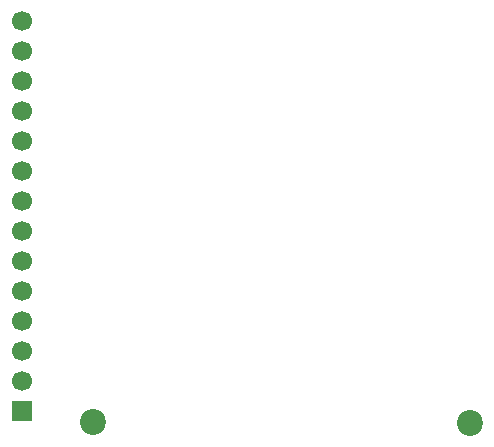
<source format=gbr>
%TF.GenerationSoftware,KiCad,Pcbnew,9.0.4*%
%TF.CreationDate,2025-09-16T08:38:51+02:00*%
%TF.ProjectId,Kimera_E22,4b696d65-7261-45f4-9532-322e6b696361,rev?*%
%TF.SameCoordinates,Original*%
%TF.FileFunction,Soldermask,Bot*%
%TF.FilePolarity,Negative*%
%FSLAX46Y46*%
G04 Gerber Fmt 4.6, Leading zero omitted, Abs format (unit mm)*
G04 Created by KiCad (PCBNEW 9.0.4) date 2025-09-16 08:38:51*
%MOMM*%
%LPD*%
G01*
G04 APERTURE LIST*
%ADD10R,1.700000X1.700000*%
%ADD11C,1.700000*%
%ADD12C,2.200000*%
G04 APERTURE END LIST*
D10*
%TO.C,J1*%
X106000000Y-96440000D03*
D11*
X106000000Y-93900000D03*
X106000000Y-91360000D03*
X106000000Y-88820000D03*
X106000000Y-86280000D03*
X106000000Y-83740000D03*
X106000000Y-81200000D03*
X106000000Y-78660000D03*
X106000000Y-76120000D03*
X106000000Y-73580000D03*
X106000000Y-71040000D03*
X106000000Y-68500000D03*
X106000000Y-65960000D03*
X106000000Y-63420000D03*
%TD*%
D12*
%TO.C,REF\u002A\u002A*%
X111990000Y-97400000D03*
%TD*%
%TO.C,REF\u002A\u002A*%
X143930000Y-97510000D03*
%TD*%
M02*

</source>
